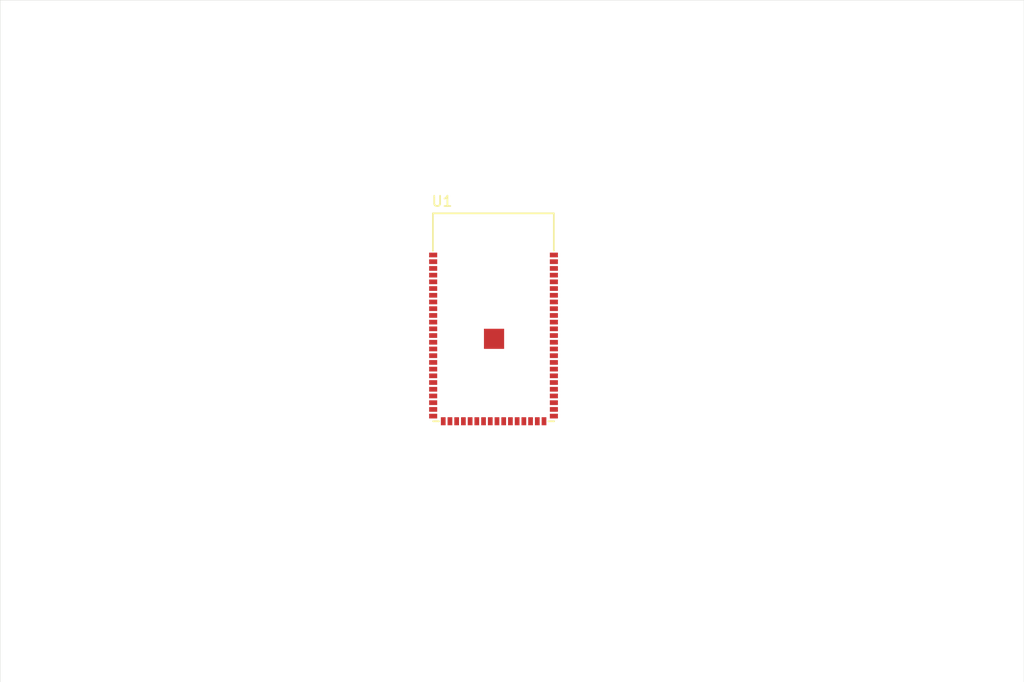
<source format=kicad_pcb>
(kicad_pcb (version 20211014) (generator pcbnew)
  (layers (0 "F.Cu" signal "Top Layer") (31 "B.Cu" signal "Bottom Layer") (34 "B.Paste" user "Bottom Paste") (35 "F.Paste" user "Top Paste") (36 "B.SilkS" user "Bottom Overlay") (37 "F.SilkS" user "Top Overlay") (38 "B.Mask" user "Bottom Solder") (39 "F.Mask" user "Top Solder") (44 "Edge.Cuts" user))
  (net 0 "")
  (footprint "MODULE.PcbLib:M1s" (layer "F.Cu") (at 145.738499 104.5466)
    (fp_text reference "U1" (at -9.353199 -19.482 unlocked) (layer "F.SilkS") (effects (font (size 1.524 1.524) (thickness 0.254)) (justify left bottom)))
    (fp_text value "M1s" hide)
    (fp_line (start -9.022999 -12.989516) (end -9.022999 -18.589464) (layer "F.SilkS") (width 0.254))
    (fp_line (start 8.976945 -13.014916) (end 8.976945 -18.589464) (layer "F.SilkS") (width 0.254))
    (fp_line (start -8.997599 12.385084) (end -8.109681 12.385084) (layer "F.SilkS") (width 0.254))
    (fp_line (start -9.022999 -18.589464) (end 8.976945 -18.589464) (layer "F.SilkS") (width 0.254))
    (fp_line (start 8.138483 12.385084) (end 9.026401 12.385084) (layer "F.SilkS") (width 0.254))
    (pad "1" smd rect (at -8.9856 -12.384003 90) (size 0.7 1.2) (layers "F.Cu" "F.Paste" "F.Mask"))
    (pad "2" smd rect (at -8.9856 -11.384002 90) (size 0.7 1.2) (layers "F.Cu" "F.Paste" "F.Mask"))
    (pad "3" smd rect (at -8.9856 -10.384002 90) (size 0.7 1.2) (layers "F.Cu" "F.Paste" "F.Mask"))
    (pad "4" smd rect (at -8.9856 -9.384 90) (size 0.7 1.2) (layers "F.Cu" "F.Paste" "F.Mask"))
    (pad "5" smd rect (at -8.9856 -8.384 90) (size 0.7 1.2) (layers "F.Cu" "F.Paste" "F.Mask"))
    (pad "6" smd rect (at -8.9856 -7.384 90) (size 0.7 1.2) (layers "F.Cu" "F.Paste" "F.Mask"))
    (pad "7" smd rect (at -8.9856 -6.384 90) (size 0.7 1.2) (layers "F.Cu" "F.Paste" "F.Mask"))
    (pad "8" smd rect (at -8.9856 -5.384 90) (size 0.7 1.2) (layers "F.Cu" "F.Paste" "F.Mask"))
    (pad "9" smd rect (at -8.9856 -4.384 90) (size 0.7 1.2) (layers "F.Cu" "F.Paste" "F.Mask"))
    (pad "10" smd rect (at -8.9856 -3.384 90) (size 0.7 1.2) (layers "F.Cu" "F.Paste" "F.Mask"))
    (pad "11" smd rect (at -8.9856 -2.384 90) (size 0.7 1.2) (layers "F.Cu" "F.Paste" "F.Mask"))
    (pad "12" smd rect (at -8.9856 -1.384 90) (size 0.7 1.2) (layers "F.Cu" "F.Paste" "F.Mask"))
    (pad "13" smd rect (at -8.9856 -0.384 90) (size 0.7 1.2) (layers "F.Cu" "F.Paste" "F.Mask"))
    (pad "14" smd rect (at -8.9856 0.616 90) (size 0.7 1.2) (layers "F.Cu" "F.Paste" "F.Mask"))
    (pad "15" smd rect (at -8.9856 1.616 90) (size 0.7 1.2) (layers "F.Cu" "F.Paste" "F.Mask"))
    (pad "16" smd rect (at -8.9856 2.616 90) (size 0.7 1.2) (layers "F.Cu" "F.Paste" "F.Mask"))
    (pad "17" smd rect (at -8.9856 3.616 90) (size 0.7 1.2) (layers "F.Cu" "F.Paste" "F.Mask"))
    (pad "18" smd rect (at -8.9856 4.616 90) (size 0.7 1.2) (layers "F.Cu" "F.Paste" "F.Mask"))
    (pad "19" smd rect (at -8.9856 5.616 90) (size 0.7 1.2) (layers "F.Cu" "F.Paste" "F.Mask"))
    (pad "20" smd rect (at -8.9856 6.616 90) (size 0.7 1.2) (layers "F.Cu" "F.Paste" "F.Mask"))
    (pad "21" smd rect (at -8.9856 7.616003 90) (size 0.7 1.2) (layers "F.Cu" "F.Paste" "F.Mask"))
    (pad "22" smd rect (at -8.9856 8.616 90) (size 0.7 1.2) (layers "F.Cu" "F.Paste" "F.Mask"))
    (pad "23" smd rect (at -8.9856 9.616 90) (size 0.7 1.2) (layers "F.Cu" "F.Paste" "F.Mask"))
    (pad "24" smd rect (at -8.9856 10.616 90) (size 0.7 1.2) (layers "F.Cu" "F.Paste" "F.Mask"))
    (pad "25" smd rect (at -8.9856 11.616 90) (size 0.7 1.2) (layers "F.Cu" "F.Paste" "F.Mask"))
    (pad "26" smd rect (at -7.485598 12.384002 180) (size 0.7 1.2) (layers "F.Cu" "F.Paste" "F.Mask"))
    (pad "27" smd rect (at -6.485597 12.384002 180) (size 0.7 1.2) (layers "F.Cu" "F.Paste" "F.Mask"))
    (pad "28" smd rect (at -5.485599 12.384002 180) (size 0.7 1.2) (layers "F.Cu" "F.Paste" "F.Mask"))
    (pad "29" smd rect (at -4.485599 12.384002 180) (size 0.7 1.2) (layers "F.Cu" "F.Paste" "F.Mask"))
    (pad "30" smd rect (at -3.485601 12.384002 180) (size 0.7 1.2) (layers "F.Cu" "F.Paste" "F.Mask"))
    (pad "31" smd rect (at -2.4856 12.384002 180) (size 0.7 1.2) (layers "F.Cu" "F.Paste" "F.Mask"))
    (pad "32" smd rect (at -1.4856 12.384002 180) (size 0.7 1.2) (layers "F.Cu" "F.Paste" "F.Mask"))
    (pad "33" smd rect (at -0.485599 12.384002 180) (size 0.7 1.2) (layers "F.Cu" "F.Paste" "F.Mask"))
    (pad "34" smd rect (at 0.514401 12.384002 180) (size 0.7 1.2) (layers "F.Cu" "F.Paste" "F.Mask"))
    (pad "35" smd rect (at 1.514399 12.384002 180) (size 0.7 1.2) (layers "F.Cu" "F.Paste" "F.Mask"))
    (pad "36" smd rect (at 2.5144 12.384002 180) (size 0.7 1.2) (layers "F.Cu" "F.Paste" "F.Mask"))
    (pad "37" smd rect (at 3.514403 12.384002 180) (size 0.7 1.2) (layers "F.Cu" "F.Paste" "F.Mask"))
    (pad "38" smd rect (at 4.514401 12.384002 180) (size 0.7 1.2) (layers "F.Cu" "F.Paste" "F.Mask"))
    (pad "39" smd rect (at 5.514401 12.384002 180) (size 0.7 1.2) (layers "F.Cu" "F.Paste" "F.Mask"))
    (pad "40" smd rect (at 6.514399 12.384002 180) (size 0.7 1.2) (layers "F.Cu" "F.Paste" "F.Mask"))
    (pad "41" smd rect (at 7.5144 12.384002 180) (size 0.7 1.2) (layers "F.Cu" "F.Paste" "F.Mask"))
    (pad "42" smd rect (at 8.985601 11.616 90) (size 0.7 1.2) (layers "F.Cu" "F.Paste" "F.Mask"))
    (pad "43" smd rect (at 8.985601 10.616 90) (size 0.7 1.2) (layers "F.Cu" "F.Paste" "F.Mask"))
    (pad "44" smd rect (at 8.985601 9.616 90) (size 0.7 1.2) (layers "F.Cu" "F.Paste" "F.Mask"))
    (pad "45" smd rect (at 8.985601 8.616 90) (size 0.7 1.2) (layers "F.Cu" "F.Paste" "F.Mask"))
    (pad "46" smd rect (at 8.985601 7.616003 90) (size 0.7 1.2) (layers "F.Cu" "F.Paste" "F.Mask"))
    (pad "47" smd rect (at 8.985601 6.616 90) (size 0.7 1.2) (layers "F.Cu" "F.Paste" "F.Mask"))
    (pad "48" smd rect (at 8.985601 5.616 90) (size 0.7 1.2) (layers "F.Cu" "F.Paste" "F.Mask"))
    (pad "49" smd rect (at 8.985601 4.616 90) (size 0.7 1.2) (layers "F.Cu" "F.Paste" "F.Mask"))
    (pad "50" smd rect (at 8.985601 3.616 90) (size 0.7 1.2) (layers "F.Cu" "F.Paste" "F.Mask"))
    (pad "51" smd rect (at 8.985601 2.616 90) (size 0.7 1.2) (layers "F.Cu" "F.Paste" "F.Mask"))
    (pad "52" smd rect (at 8.985601 1.616 90) (size 0.7 1.2) (layers "F.Cu" "F.Paste" "F.Mask"))
    (pad "53" smd rect (at 8.985601 0.616 90) (size 0.7 1.2) (layers "F.Cu" "F.Paste" "F.Mask"))
    (pad "54" smd rect (at 8.985601 -0.384 90) (size 0.7 1.2) (layers "F.Cu" "F.Paste" "F.Mask"))
    (pad "55" smd rect (at 8.985601 -1.384 90) (size 0.7 1.2) (layers "F.Cu" "F.Paste" "F.Mask"))
    (pad "56" smd rect (at 8.985601 -2.384 90) (size 0.7 1.2) (layers "F.Cu" "F.Paste" "F.Mask"))
    (pad "57" smd rect (at 8.985601 -3.384 90) (size 0.7 1.2) (layers "F.Cu" "F.Paste" "F.Mask"))
    (pad "58" smd rect (at 8.985601 -4.384 90) (size 0.7 1.2) (layers "F.Cu" "F.Paste" "F.Mask"))
    (pad "59" smd rect (at 8.985601 -5.384 90) (size 0.7 1.2) (layers "F.Cu" "F.Paste" "F.Mask"))
    (pad "60" smd rect (at 8.985601 -6.384 90) (size 0.7 1.2) (layers "F.Cu" "F.Paste" "F.Mask"))
    (pad "61" smd rect (at 8.985601 -7.384 90) (size 0.7 1.2) (layers "F.Cu" "F.Paste" "F.Mask"))
    (pad "62" smd rect (at 8.985601 -8.384 90) (size 0.7 1.2) (layers "F.Cu" "F.Paste" "F.Mask"))
    (pad "63" smd rect (at 8.985601 -9.384 90) (size 0.7 1.2) (layers "F.Cu" "F.Paste" "F.Mask"))
    (pad "64" smd rect (at 8.985601 -10.384002 90) (size 0.7 1.2) (layers "F.Cu" "F.Paste" "F.Mask"))
    (pad "65" smd rect (at 8.985601 -11.384002 90) (size 0.7 1.2) (layers "F.Cu" "F.Paste" "F.Mask"))
    (pad "66" smd rect (at 8.985601 -12.384003 90) (size 0.7 1.2) (layers "F.Cu" "F.Paste" "F.Mask"))
    (pad "67" smd rect (at 0.0762 0.101601) (size 3 3) (layers "F.Cu" "F.Paste" "F.Mask"))
  )
  (gr_line (start 72.3011 155.8036) (end 224.7011 155.8036) (layer "Edge.Cuts") (width 0.05))
  (gr_line (start 224.7011 54.2036) (end 72.3011 54.2036) (layer "Edge.Cuts") (width 0.05))
  (gr_line (start 224.7011 155.8036) (end 224.7011 54.2036) (layer "Edge.Cuts") (width 0.05))
  (gr_line (start 72.3011 54.2036) (end 72.3011 155.8036) (layer "Edge.Cuts") (width 0.05))
)
</source>
